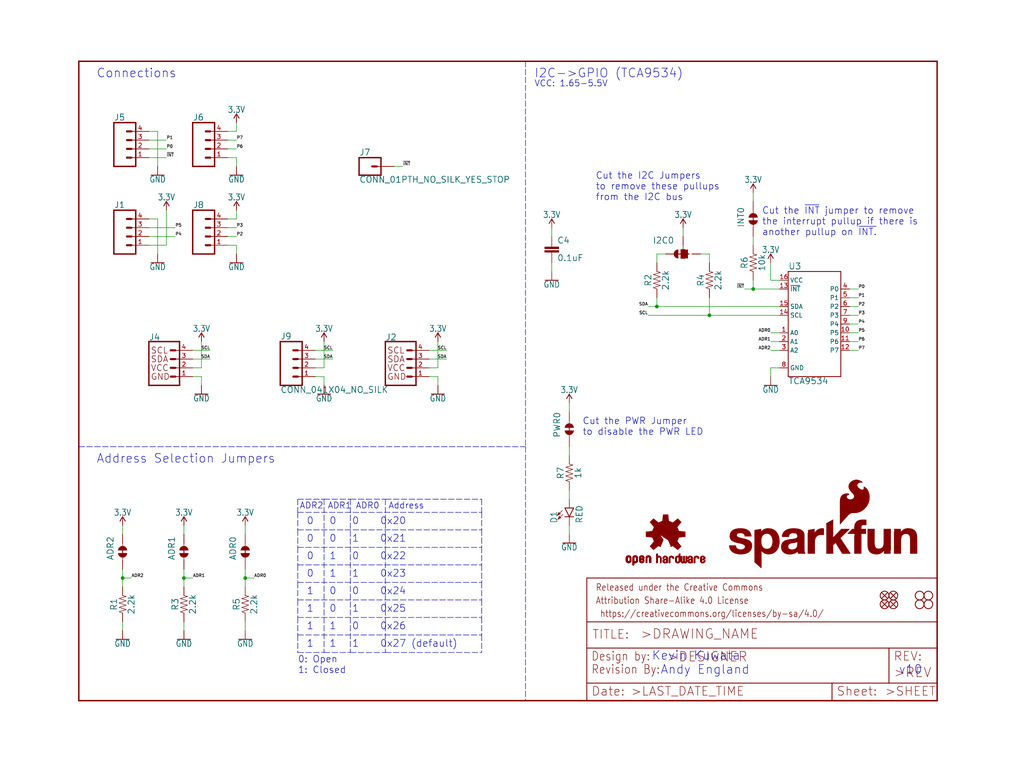
<source format=kicad_sch>
(kicad_sch (version 20211123) (generator eeschema)
  (paper "User" 297.002 223.926)
  (lib_symbols
    (symbol "eagleSchem-eagle-import:0.1UF-0603-25V-(+80{slash}-20%)"
      (property "Reference" "C" (at 1.524 2.921 0))
      (property "Value" "0.1UF-0603-25V-(+80{slash}-20%)" (at 1.524 -2.159 0))
      (symbol "0.1UF-0603-25V-(+80{slash}-20%)_1_0"
        (pin passive line (at 0 5.08 270) (length 2.54) (name "1") (number "1"))
        (pin passive line (at 0 -2.54 90) (length 2.54) (name "2") (number "2"))
      )
    )
    (symbol "eagleSchem-eagle-import:10KOHM-0603-1{slash}10W-1%"
      (property "Reference" "R" (at 0 1.524 0))
      (property "Value" "10KOHM-0603-1{slash}10W-1%" (at 0 -1.524 0))
      (symbol "10KOHM-0603-1{slash}10W-1%_1_0"
        (pin passive line (at -5.08 0 0) (length 2.54) (name "1") (number "1"))
        (pin passive line (at 5.08 0 180) (length 2.54) (name "2") (number "2"))
      )
    )
    (symbol "eagleSchem-eagle-import:1KOHM-0603-1{slash}10W-1%"
      (property "Reference" "R" (at 0 1.524 0))
      (property "Value" "1KOHM-0603-1{slash}10W-1%" (at 0 -1.524 0))
      (symbol "1KOHM-0603-1{slash}10W-1%_1_0"
        (pin passive line (at -5.08 0 0) (length 2.54) (name "1") (number "1"))
        (pin passive line (at 5.08 0 180) (length 2.54) (name "2") (number "2"))
      )
    )
    (symbol "eagleSchem-eagle-import:2.2KOHM-0603-1{slash}10W-1%"
      (property "Reference" "R" (at 0 1.524 0))
      (property "Value" "2.2KOHM-0603-1{slash}10W-1%" (at 0 -1.524 0))
      (symbol "2.2KOHM-0603-1{slash}10W-1%_1_0"
        (pin passive line (at -5.08 0 0) (length 2.54) (name "1") (number "1"))
        (pin passive line (at 5.08 0 180) (length 2.54) (name "2") (number "2"))
      )
    )
    (symbol "eagleSchem-eagle-import:3.3V" (power)
      (property "Value" "3.3V" (at 0 2.794 0))
      (symbol "3.3V_1_0"
        (pin power_in line (at 0 0 90) (length 2.54) (name "3.3V") (number "1"))
      )
    )
    (symbol "eagleSchem-eagle-import:CONN_01PTH_NO_SILK_YES_STOP"
      (property "Reference" "J" (at -2.54 3.048 0))
      (property "Value" "CONN_01PTH_NO_SILK_YES_STOP" (at -2.54 -4.826 0))
      (symbol "CONN_01PTH_NO_SILK_YES_STOP_1_0"
        (pin passive line (at 7.62 0 180) (length 5.08) (name "1") (number "1"))
      )
    )
    (symbol "eagleSchem-eagle-import:CONN_041X04_NO_SILK"
      (property "Reference" "J" (at -5.08 8.128 0))
      (property "Value" "CONN_041X04_NO_SILK" (at -5.08 -7.366 0))
      (symbol "CONN_041X04_NO_SILK_1_0"
        (pin passive line (at 5.08 -2.54 180) (length 5.08) (name "1") (number "1"))
        (pin passive line (at 5.08 0 180) (length 5.08) (name "2") (number "2"))
        (pin passive line (at 5.08 2.54 180) (length 5.08) (name "3") (number "3"))
        (pin passive line (at 5.08 5.08 180) (length 5.08) (name "4") (number "4"))
      )
    )
    (symbol "eagleSchem-eagle-import:CONN_04LATCH"
      (property "Reference" "J" (at -5.08 8.128 0))
      (property "Value" "CONN_04LATCH" (at -5.08 -7.366 0))
      (symbol "CONN_04LATCH_1_0"
        (pin passive line (at 5.08 -2.54 180) (length 5.08) (name "1") (number "1"))
        (pin passive line (at 5.08 0 180) (length 5.08) (name "2") (number "2"))
        (pin passive line (at 5.08 2.54 180) (length 5.08) (name "3") (number "3"))
        (pin passive line (at 5.08 5.08 180) (length 5.08) (name "4") (number "4"))
      )
    )
    (symbol "eagleSchem-eagle-import:FIDUCIAL1X2")
    (symbol "eagleSchem-eagle-import:FRAME-LETTER"
      (symbol "FRAME-LETTER_2_0"
        (text " https://creativecommons.org/licenses/by-sa/4.0/" (at 2.54 24.13 0) (effects (font (size 1.9304 1.6408)) (justify left bottom)))
        (text ">DESIGNER" (at 23.114 11.176 0) (effects (font (size 2.7432 2.7432)) (justify left bottom)))
        (text ">DRAWING_NAME" (at 15.494 17.78 0) (effects (font (size 2.7432 2.7432)) (justify left bottom)))
        (text ">LAST_DATE_TIME" (at 12.7 1.27 0) (effects (font (size 2.54 2.54)) (justify left bottom)))
        (text ">REV" (at 88.9 6.604 0) (effects (font (size 2.7432 2.7432)) (justify left bottom)))
        (text ">SHEET" (at 86.36 1.27 0) (effects (font (size 2.54 2.54)) (justify left bottom)))
        (text "Attribution Share-Alike 4.0 License" (at 2.54 27.94 0) (effects (font (size 1.9304 1.6408)) (justify left bottom)))
        (text "Date:" (at 1.27 1.27 0) (effects (font (size 2.54 2.54)) (justify left bottom)))
        (text "Design by:" (at 1.27 11.43 0) (effects (font (size 2.54 2.159)) (justify left bottom)))
        (text "Released under the Creative Commons" (at 2.54 31.75 0) (effects (font (size 1.9304 1.6408)) (justify left bottom)))
        (text "REV:" (at 88.9 11.43 0) (effects (font (size 2.54 2.54)) (justify left bottom)))
        (text "Sheet:" (at 72.39 1.27 0) (effects (font (size 2.54 2.54)) (justify left bottom)))
        (text "TITLE:" (at 1.524 17.78 0) (effects (font (size 2.54 2.54)) (justify left bottom)))
      )
    )
    (symbol "eagleSchem-eagle-import:GND" (power)
      (property "Value" "GND" (at 0 -0.254 0))
      (symbol "GND_1_0"
        (pin power_in line (at 0 2.54 270) (length 2.54) (name "GND") (number "1"))
      )
    )
    (symbol "eagleSchem-eagle-import:JUMPER-SMT_2_NC_TRACE_SILK"
      (property "Reference" "JP" (at -2.54 2.54 0))
      (property "Value" "JUMPER-SMT_2_NC_TRACE_SILK" (at -2.54 -2.54 0))
      (symbol "JUMPER-SMT_2_NC_TRACE_SILK_1_0"
        (pin passive line (at -5.08 0 0) (length 2.54) (name "1") (number "1"))
        (pin passive line (at 5.08 0 180) (length 2.54) (name "2") (number "2"))
      )
    )
    (symbol "eagleSchem-eagle-import:JUMPER-SMT_3_2-NC_TRACE_SILK"
      (property "Reference" "JP" (at 2.54 0.381 0))
      (property "Value" "JUMPER-SMT_3_2-NC_TRACE_SILK" (at 2.54 -0.381 0))
      (symbol "JUMPER-SMT_3_2-NC_TRACE_SILK_1_0"
        (pin passive line (at 0 5.08 270) (length 2.54) (name "1") (number "1"))
        (pin passive line (at -5.08 0 0) (length 2.54) (name "2") (number "2"))
        (pin passive line (at 0 -5.08 90) (length 2.54) (name "3") (number "3"))
      )
    )
    (symbol "eagleSchem-eagle-import:LED-RED0603"
      (property "Reference" "D" (at -3.429 -4.572 90))
      (property "Value" "LED-RED0603" (at 1.905 -4.572 90))
      (symbol "LED-RED0603_1_0"
        (pin passive line (at 0 2.54 270) (length 2.54) (name "A") (number "A"))
        (pin passive line (at 0 -5.08 90) (length 2.54) (name "C") (number "C"))
      )
    )
    (symbol "eagleSchem-eagle-import:OSHW-LOGOMINI")
    (symbol "eagleSchem-eagle-import:QWIIC_CONNECTORJS-1MM"
      (property "Reference" "J" (at -5.08 7.874 0))
      (property "Value" "QWIIC_CONNECTORJS-1MM" (at -5.08 -5.334 0))
      (symbol "QWIIC_CONNECTORJS-1MM_1_0"
        (text "GND" (at -4.572 -2.54 0) (effects (font (size 1.778 1.778)) (justify left)))
        (text "SCL" (at -4.572 5.08 0) (effects (font (size 1.778 1.778)) (justify left)))
        (text "SDA" (at -4.572 2.54 0) (effects (font (size 1.778 1.778)) (justify left)))
        (text "VCC" (at -4.572 0 0) (effects (font (size 1.778 1.778)) (justify left)))
        (pin power_in line (at 7.62 -2.54 180) (length 5.08) (name "1") (number "1"))
        (pin power_in line (at 7.62 0 180) (length 5.08) (name "2") (number "2"))
        (pin passive line (at 7.62 2.54 180) (length 5.08) (name "3") (number "3"))
        (pin passive line (at 7.62 5.08 180) (length 5.08) (name "4") (number "4"))
      )
    )
    (symbol "eagleSchem-eagle-import:REVISION"
      (symbol "REVISION_1_0"
        (text "Revision By: " (at 0 0 0) (effects (font (size 2.54 2.159)) (justify left bottom)))
      )
    )
    (symbol "eagleSchem-eagle-import:SFE_LOGO_FLAME.2_INCH")
    (symbol "eagleSchem-eagle-import:SFE_LOGO_NAME_FLAME.1_INCH")
    (symbol "eagleSchem-eagle-import:STAND-OFF")
    (symbol "eagleSchem-eagle-import:TCA9534U"
      (property "Reference" "U" (at -7.62 13.208 0))
      (property "Value" "TCA9534U" (at -7.62 -20.066 0))
      (symbol "TCA9534U_1_0"
        (pin bidirectional line (at -10.16 -5.08 0) (length 2.54) (name "A0") (number "1"))
        (pin bidirectional line (at 10.16 -5.08 180) (length 2.54) (name "P5") (number "10"))
        (pin bidirectional line (at 10.16 -7.62 180) (length 2.54) (name "P6") (number "11"))
        (pin bidirectional line (at 10.16 -10.16 180) (length 2.54) (name "P7") (number "12"))
        (pin bidirectional line (at -10.16 7.62 0) (length 2.54) (name "~{INT}") (number "13"))
        (pin bidirectional line (at -10.16 0 0) (length 2.54) (name "SCL") (number "14"))
        (pin bidirectional line (at -10.16 2.54 0) (length 2.54) (name "SDA") (number "15"))
        (pin bidirectional line (at -10.16 10.16 0) (length 2.54) (name "VCC") (number "16"))
        (pin bidirectional line (at -10.16 -7.62 0) (length 2.54) (name "A1") (number "2"))
        (pin bidirectional line (at -10.16 -10.16 0) (length 2.54) (name "A2") (number "3"))
        (pin bidirectional line (at 10.16 7.62 180) (length 2.54) (name "P0") (number "4"))
        (pin bidirectional line (at 10.16 5.08 180) (length 2.54) (name "P1") (number "5"))
        (pin bidirectional line (at 10.16 2.54 180) (length 2.54) (name "P2") (number "6"))
        (pin bidirectional line (at 10.16 0 180) (length 2.54) (name "P3") (number "7"))
        (pin bidirectional line (at -10.16 -15.24 0) (length 2.54) (name "GND") (number "8"))
        (pin bidirectional line (at 10.16 -2.54 180) (length 2.54) (name "P4") (number "9"))
      )
    )
  )
  (junction (at 35.56 167.64))
  (junction (at 218.44 83.82))
  (junction (at 71.12 167.64))
  (junction (at 53.34 167.64))
  (junction (at 205.74 91.44))
  (junction (at 190.5 88.9))
  (polyline (pts (xy 93.98 144.78) (xy 101.6 144.78)))
  (polyline (pts (xy 139.7 148.59) (xy 139.7 153.67)))
  (wire (pts (xy 226.06 88.9) (xy 190.5 88.9)))
  (polyline (pts (xy 93.98 189.23) (xy 101.6 189.23)))
  (wire (pts (xy 246.38 83.82) (xy 248.92 83.82)))
  (polyline (pts (xy 86.36 158.75) (xy 86.36 163.83)))
  (wire (pts (xy 45.72 38.1) (xy 45.72 48.26)))
  (wire (pts (xy 71.12 154.94) (xy 71.12 152.4)))
  (wire (pts (xy 226.06 101.6) (xy 223.52 101.6)))
  (polyline (pts (xy 86.36 184.15) (xy 86.36 189.23)))
  (polyline (pts (xy 86.36 173.99) (xy 86.36 179.07)))
  (wire (pts (xy 160.02 76.2) (xy 160.02 78.74)))
  (wire (pts (xy 71.12 167.64) (xy 71.12 170.18)))
  (polyline (pts (xy 86.36 189.23) (xy 93.98 189.23)))
  (wire (pts (xy 165.1 119.38) (xy 165.1 116.84)))
  (wire (pts (xy 66.04 40.64) (xy 68.58 40.64)))
  (wire (pts (xy 91.44 106.68) (xy 93.98 106.68)))
  (polyline (pts (xy 139.7 168.91) (xy 139.7 173.99)))
  (wire (pts (xy 246.38 86.36) (xy 248.92 86.36)))
  (wire (pts (xy 226.06 91.44) (xy 205.74 91.44)))
  (wire (pts (xy 226.06 83.82) (xy 218.44 83.82)))
  (wire (pts (xy 43.18 43.18) (xy 48.26 43.18)))
  (wire (pts (xy 53.34 165.1) (xy 53.34 167.64)))
  (wire (pts (xy 43.18 40.64) (xy 48.26 40.64)))
  (wire (pts (xy 68.58 71.12) (xy 68.58 73.66)))
  (wire (pts (xy 58.42 106.68) (xy 58.42 99.06)))
  (polyline (pts (xy 86.36 173.99) (xy 139.7 173.99)))
  (polyline (pts (xy 139.7 144.78) (xy 139.7 148.59)))
  (polyline (pts (xy 86.36 163.83) (xy 139.7 163.83)))
  (wire (pts (xy 124.46 109.22) (xy 127 109.22)))
  (polyline (pts (xy 139.7 163.83) (xy 139.7 168.91)))
  (wire (pts (xy 124.46 106.68) (xy 127 106.68)))
  (wire (pts (xy 68.58 63.5) (xy 68.58 60.96)))
  (polyline (pts (xy 86.36 153.67) (xy 139.7 153.67)))
  (wire (pts (xy 48.26 71.12) (xy 48.26 60.96)))
  (wire (pts (xy 43.18 38.1) (xy 45.72 38.1)))
  (polyline (pts (xy 86.36 148.59) (xy 139.7 148.59)))
  (polyline (pts (xy 86.36 179.07) (xy 139.7 179.07)))
  (wire (pts (xy 35.56 167.64) (xy 38.1 167.64)))
  (polyline (pts (xy 86.36 158.75) (xy 139.7 158.75)))
  (wire (pts (xy 205.74 73.66) (xy 205.74 76.2)))
  (wire (pts (xy 68.58 45.72) (xy 68.58 48.26)))
  (polyline (pts (xy 152.4 17.78) (xy 152.4 129.54)))
  (wire (pts (xy 114.3 48.26) (xy 116.84 48.26)))
  (wire (pts (xy 66.04 66.04) (xy 68.58 66.04)))
  (wire (pts (xy 226.06 106.68) (xy 223.52 106.68)))
  (wire (pts (xy 124.46 101.6) (xy 129.54 101.6)))
  (polyline (pts (xy 101.6 144.78) (xy 111.76 144.78)))
  (wire (pts (xy 45.72 63.5) (xy 45.72 73.66)))
  (wire (pts (xy 35.56 154.94) (xy 35.56 152.4)))
  (wire (pts (xy 218.44 83.82) (xy 218.44 81.28)))
  (wire (pts (xy 190.5 73.66) (xy 190.5 76.2)))
  (wire (pts (xy 226.06 96.52) (xy 223.52 96.52)))
  (wire (pts (xy 218.44 83.82) (xy 215.9 83.82)))
  (wire (pts (xy 246.38 96.52) (xy 248.92 96.52)))
  (wire (pts (xy 218.44 71.12) (xy 218.44 68.58)))
  (wire (pts (xy 55.88 106.68) (xy 58.42 106.68)))
  (wire (pts (xy 246.38 91.44) (xy 248.92 91.44)))
  (wire (pts (xy 66.04 68.58) (xy 68.58 68.58)))
  (wire (pts (xy 223.52 106.68) (xy 223.52 109.22)))
  (wire (pts (xy 203.2 73.66) (xy 205.74 73.66)))
  (wire (pts (xy 124.46 104.14) (xy 129.54 104.14)))
  (wire (pts (xy 127 106.68) (xy 127 99.06)))
  (wire (pts (xy 246.38 99.06) (xy 248.92 99.06)))
  (polyline (pts (xy 86.36 168.91) (xy 139.7 168.91)))
  (polyline (pts (xy 86.36 179.07) (xy 86.36 184.15)))
  (wire (pts (xy 66.04 63.5) (xy 68.58 63.5)))
  (wire (pts (xy 218.44 55.88) (xy 218.44 58.42)))
  (polyline (pts (xy 93.98 144.78) (xy 93.98 189.23)))
  (wire (pts (xy 205.74 86.36) (xy 205.74 91.44)))
  (wire (pts (xy 226.06 81.28) (xy 223.52 81.28)))
  (wire (pts (xy 43.18 68.58) (xy 50.8 68.58)))
  (polyline (pts (xy 139.7 184.15) (xy 139.7 189.23)))
  (polyline (pts (xy 86.36 184.15) (xy 139.7 184.15)))
  (polyline (pts (xy 86.36 144.78) (xy 86.36 148.59)))
  (wire (pts (xy 165.1 132.08) (xy 165.1 129.54)))
  (wire (pts (xy 193.04 73.66) (xy 190.5 73.66)))
  (polyline (pts (xy 86.36 163.83) (xy 86.36 168.91)))
  (wire (pts (xy 35.56 167.64) (xy 35.56 165.1)))
  (wire (pts (xy 223.52 81.28) (xy 223.52 76.2)))
  (wire (pts (xy 226.06 99.06) (xy 223.52 99.06)))
  (wire (pts (xy 93.98 109.22) (xy 93.98 111.76)))
  (polyline (pts (xy 101.6 189.23) (xy 111.76 189.23)))
  (wire (pts (xy 35.56 180.34) (xy 35.56 182.88)))
  (wire (pts (xy 43.18 71.12) (xy 48.26 71.12)))
  (wire (pts (xy 160.02 68.58) (xy 160.02 66.04)))
  (wire (pts (xy 55.88 101.6) (xy 60.96 101.6)))
  (polyline (pts (xy 86.36 144.78) (xy 93.98 144.78)))
  (wire (pts (xy 53.34 180.34) (xy 53.34 182.88)))
  (wire (pts (xy 66.04 71.12) (xy 68.58 71.12)))
  (polyline (pts (xy 86.36 153.67) (xy 86.36 158.75)))
  (wire (pts (xy 43.18 45.72) (xy 48.26 45.72)))
  (wire (pts (xy 71.12 165.1) (xy 71.12 167.64)))
  (polyline (pts (xy 152.4 129.54) (xy 152.4 203.2)))
  (wire (pts (xy 55.88 109.22) (xy 58.42 109.22)))
  (polyline (pts (xy 111.76 144.78) (xy 139.7 144.78)))
  (wire (pts (xy 43.18 63.5) (xy 45.72 63.5)))
  (wire (pts (xy 71.12 167.64) (xy 73.66 167.64)))
  (wire (pts (xy 35.56 167.64) (xy 35.56 170.18)))
  (polyline (pts (xy 101.6 144.78) (xy 101.6 189.23)))
  (polyline (pts (xy 139.7 158.75) (xy 139.7 163.83)))
  (wire (pts (xy 55.88 104.14) (xy 60.96 104.14)))
  (wire (pts (xy 53.34 167.64) (xy 55.88 167.64)))
  (wire (pts (xy 246.38 93.98) (xy 248.92 93.98)))
  (wire (pts (xy 205.74 91.44) (xy 187.96 91.44)))
  (wire (pts (xy 91.44 104.14) (xy 96.52 104.14)))
  (wire (pts (xy 66.04 43.18) (xy 68.58 43.18)))
  (wire (pts (xy 93.98 106.68) (xy 93.98 99.06)))
  (wire (pts (xy 58.42 109.22) (xy 58.42 111.76)))
  (polyline (pts (xy 111.76 144.78) (xy 111.76 189.23)))
  (polyline (pts (xy 139.7 173.99) (xy 139.7 179.07)))
  (wire (pts (xy 127 109.22) (xy 127 111.76)))
  (wire (pts (xy 91.44 109.22) (xy 93.98 109.22)))
  (polyline (pts (xy 86.36 168.91) (xy 86.36 173.99)))
  (polyline (pts (xy 139.7 179.07) (xy 139.7 184.15)))
  (wire (pts (xy 246.38 101.6) (xy 248.92 101.6)))
  (wire (pts (xy 71.12 180.34) (xy 71.12 182.88)))
  (wire (pts (xy 66.04 45.72) (xy 68.58 45.72)))
  (wire (pts (xy 165.1 154.94) (xy 165.1 152.4)))
  (wire (pts (xy 66.04 38.1) (xy 68.58 38.1)))
  (polyline (pts (xy 86.36 148.59) (xy 86.36 153.67)))
  (polyline (pts (xy 111.76 189.23) (xy 139.7 189.23)))
  (wire (pts (xy 43.18 66.04) (xy 50.8 66.04)))
  (wire (pts (xy 53.34 154.94) (xy 53.34 152.4)))
  (wire (pts (xy 165.1 144.78) (xy 165.1 142.24)))
  (wire (pts (xy 190.5 86.36) (xy 190.5 88.9)))
  (wire (pts (xy 190.5 88.9) (xy 187.96 88.9)))
  (wire (pts (xy 246.38 88.9) (xy 248.92 88.9)))
  (wire (pts (xy 198.12 68.58) (xy 198.12 66.04)))
  (wire (pts (xy 91.44 101.6) (xy 96.52 101.6)))
  (polyline (pts (xy 22.86 129.54) (xy 152.4 129.54)))
  (wire (pts (xy 68.58 38.1) (xy 68.58 35.56)))
  (wire (pts (xy 53.34 170.18) (xy 53.34 167.64)))
  (polyline (pts (xy 139.7 153.67) (xy 139.7 158.75)))
  (text "1   1   1    0x27 (default)" (at 88.9 187.96 180) (effects (font (size 2.032 2.032)) (justify left bottom)))
  (text "Kevin Kuwata" (at 188.976 191.77 180) (effects (font (size 2.54 2.54)) (justify left bottom)))
  (text "0   0   0    0x20" (at 88.9 152.4 180) (effects (font (size 2.032 2.032)) (justify left bottom)))
  (text "Address Selection Jumpers" (at 27.94 134.62 180) (effects (font (size 2.54 2.54)) (justify left bottom)))
  (text "1   1   0    0x26" (at 88.9 182.88 180) (effects (font (size 2.032 2.032)) (justify left bottom)))
  (text "Cut the PWR Jumper\nto disable the PWR LED" (at 168.91 126.492 180) (effects (font (size 1.9304 1.9304)) (justify left bottom)))
  (text "0   1   0    0x22" (at 88.9 162.56 180) (effects (font (size 2.032 2.032)) (justify left bottom)))
  (text "ADR2 ADR1 ADR0  Address" (at 86.868 147.828 180) (effects (font (size 1.778 1.778)) (justify left bottom)))
  (text "Andy England" (at 191.516 195.834 180) (effects (font (size 2.54 2.54)) (justify left bottom)))
  (text "1   0   0    0x24" (at 88.9 172.72 180) (effects (font (size 2.032 2.032)) (justify left bottom)))
  (text "1   0   1    0x25" (at 88.9 177.8 180) (effects (font (size 2.032 2.032)) (justify left bottom)))
  (text "Connections" (at 27.94 22.86 180) (effects (font (size 2.54 2.54)) (justify left bottom)))
  (text "0: Open\n1: Closed" (at 86.36 195.58 180) (effects (font (size 1.9304 1.9304)) (justify left bottom)))
  (text "v10" (at 260.604 195.834 180) (effects (font (size 2.54 2.54)) (justify left bottom)))
  (text "0   1   1    0x23" (at 88.9 167.64 180) (effects (font (size 2.032 2.032)) (justify left bottom)))
  (text "0   0   1    0x21" (at 88.9 157.48 180) (effects (font (size 2.032 2.032)) (justify left bottom)))
  (text "Cut the I2C Jumpers\nto remove these pullups\nfrom the I2C bus" (at 172.72 58.42 0) (effects (font (size 1.9304 1.9304)) (justify left bottom)))
  (text "Cut the ~{INT} jumper to remove\nthe interrupt pullup if there is\nanother pullup on ~{INT.}" (at 220.98 68.58 0) (effects (font (size 1.9304 1.9304)) (justify left bottom)))
  (text "VCC: 1.65-5.5V" (at 154.94 25.4 180) (effects (font (size 1.778 1.778)) (justify left bottom)))
  (text "I2C->GPIO (TCA9534)" (at 154.94 22.86 180) (effects (font (size 2.54 2.54)) (justify left bottom)))
  (label "SCL" (at 129.54 101.6 180) (effects (font (size 0.889 0.889))))
  (label "SCL" (at 96.52 101.6 180) (effects (font (size 0.889 0.889))))
  (label "SDA" (at 96.52 104.14 180) (effects (font (size 0.889 0.889))))
  (label "SDA" (at 129.54 104.14 180) (effects (font (size 0.889 0.889))))
  (label "P3" (at 68.58 66.04 0) (effects (font (size 0.889 0.889))))
  (label "P5" (at 248.92 96.52 0) (effects (font (size 0.889 0.889))))
  (label "SCL" (at 187.96 91.44 180) (effects (font (size 0.889 0.889))))
  (label "P4" (at 248.92 93.98 0) (effects (font (size 0.889 0.889))))
  (label "ADR2" (at 223.52 101.6 180) (effects (font (size 0.889 0.889))))
  (label "P4" (at 50.8 68.58 0) (effects (font (size 0.889 0.889))))
  (label "P1" (at 48.26 40.64 0) (effects (font (size 0.889 0.889))))
  (label "ADR1" (at 55.88 167.64 0) (effects (font (size 0.889 0.889))))
  (label "P7" (at 248.92 101.6 0) (effects (font (size 0.889 0.889))))
  (label "P2" (at 68.58 68.58 0) (effects (font (size 0.889 0.889))))
  (label "ADR0" (at 223.52 96.52 180) (effects (font (size 0.889 0.889))))
  (label "P3" (at 248.92 91.44 0) (effects (font (size 0.889 0.889))))
  (label "P7" (at 68.58 40.64 0) (effects (font (size 0.889 0.889))))
  (label "~{INT}" (at 48.26 45.72 0) (effects (font (size 0.889 0.889))))
  (label "P0" (at 48.26 43.18 0) (effects (font (size 0.889 0.889))))
  (label "P2" (at 248.92 88.9 0) (effects (font (size 0.889 0.889))))
  (label "SDA" (at 187.96 88.9 180) (effects (font (size 0.889 0.889))))
  (label "P6" (at 68.58 43.18 0) (effects (font (size 0.889 0.889))))
  (label "SCL" (at 60.96 101.6 180) (effects (font (size 0.889 0.889))))
  (label "P1" (at 248.92 86.36 0) (effects (font (size 0.889 0.889))))
  (label "~{INT}" (at 116.84 48.26 0) (effects (font (size 0.889 0.889))))
  (label "P6" (at 248.92 99.06 0) (effects (font (size 0.889 0.889))))
  (label "ADR0" (at 73.66 167.64 0) (effects (font (size 0.889 0.889))))
  (label "ADR1" (at 223.52 99.06 180) (effects (font (size 0.889 0.889))))
  (label "~{INT}" (at 215.9 83.82 180) (effects (font (size 0.889 0.889))))
  (label "SDA" (at 60.96 104.14 180) (effects (font (size 0.889 0.889))))
  (label "ADR2" (at 38.1 167.64 0) (effects (font (size 0.889 0.889))))
  (label "P5" (at 50.8 66.04 0) (effects (font (size 0.889 0.889))))
  (label "P0" (at 248.92 83.82 0) (effects (font (size 0.889 0.889))))
  (symbol (lib_id "eagleSchem-eagle-import:SFE_LOGO_NAME_FLAME.1_INCH") (at 210.82 165.1 0) (unit 1)
    (property "Reference" "LOGO3" (effects hide))
    (property "Value" "SFE_LOGO_NAME_FLAME.1_INCH" (effects hide))
    (property "Footprint" "eagleSchem:SFE_LOGO_NAME_FLAME_.1" (effects hide))
  )
  (symbol (lib_id "eagleSchem-eagle-import:2.2KOHM-0603-1{slash}10W-1%") (at 35.56 175.26 90) (unit 1)
    (property "Reference" "R1" (at 34.036 175.26 0) (effects (font (size 1.778 1.778)) (justify bottom)))
    (property "Value" "2.2k" (at 37.084 175.26 0) (effects (font (size 1.778 1.778)) (justify top)))
    (property "Footprint" "eagleSchem:0603" (effects hide))
  )
  (symbol (lib_id "eagleSchem-eagle-import:FRAME-LETTER") (at 170.18 203.2 0) (unit 2)
    (property "Reference" "FRAME1" (effects hide))
    (property "Value" "FRAME-LETTER" (effects hide))
    (property "Footprint" "eagleSchem:CREATIVE_COMMONS" (effects hide))
  )
  (symbol (lib_id "eagleSchem-eagle-import:3.3V") (at 68.58 35.56 0) (unit 1)
    (property "Reference" "#SUPPLY11" (effects hide))
    (property "Value" "3.3V" (at 68.58 32.766 0) (effects (font (size 1.778 1.5113)) (justify bottom)))
    (property "Footprint" "eagleSchem:" (effects hide))
  )
  (symbol (lib_id "eagleSchem-eagle-import:GND") (at 93.98 114.3 0) (unit 1)
    (property "Reference" "#GND5" (effects hide))
    (property "Value" "GND" (at 93.98 114.554 0) (effects (font (size 1.778 1.5113)) (justify top)))
    (property "Footprint" "eagleSchem:" (effects hide))
  )
  (symbol (lib_id "eagleSchem-eagle-import:3.3V") (at 223.52 76.2 0) (unit 1)
    (property "Reference" "#SUPPLY9" (effects hide))
    (property "Value" "3.3V" (at 223.52 73.406 0) (effects (font (size 1.778 1.5113)) (justify bottom)))
    (property "Footprint" "eagleSchem:" (effects hide))
  )
  (symbol (lib_id "eagleSchem-eagle-import:CONN_04LATCH") (at 60.96 68.58 0) (unit 1)
    (property "Reference" "J8" (at 55.88 60.452 0) (effects (font (size 1.778 1.778)) (justify left bottom)))
    (property "Value" "CONN_04LATCH" (at 55.88 75.946 0) (effects (font (size 1.778 1.778)) (justify left bottom)))
    (property "Footprint" "eagleSchem:LATCHTERMINAL-5MM-4" (effects hide))
    (property "Value" "CONN_04LATCH" (effects hide))
  )
  (symbol (lib_id "eagleSchem-eagle-import:0.1UF-0603-25V-(+80{slash}-20%)") (at 160.02 73.66 0) (unit 1)
    (property "Reference" "C4" (at 161.544 70.739 0) (effects (font (size 1.778 1.778)) (justify left bottom)))
    (property "Value" "0.1uF" (at 161.544 75.819 0) (effects (font (size 1.778 1.778)) (justify left bottom)))
    (property "Footprint" "eagleSchem:0603" (effects hide))
  )
  (symbol (lib_id "eagleSchem-eagle-import:3.3V") (at 53.34 152.4 0) (mirror y) (unit 1)
    (property "Reference" "#SUPPLY3" (effects hide))
    (property "Value" "3.3V" (at 53.34 149.606 0) (effects (font (size 1.778 1.5113)) (justify bottom)))
    (property "Footprint" "eagleSchem:" (effects hide))
  )
  (symbol (lib_id "eagleSchem-eagle-import:3.3V") (at 127 99.06 0) (mirror y) (unit 1)
    (property "Reference" "#SUPPLY4" (effects hide))
    (property "Value" "3.3V" (at 127 96.266 0) (effects (font (size 1.778 1.5113)) (justify bottom)))
    (property "Footprint" "eagleSchem:" (effects hide))
  )
  (symbol (lib_id "eagleSchem-eagle-import:1KOHM-0603-1{slash}10W-1%") (at 165.1 137.16 90) (unit 1)
    (property "Reference" "R7" (at 163.576 137.16 0) (effects (font (size 1.778 1.778)) (justify bottom)))
    (property "Value" "1k" (at 166.624 137.16 0) (effects (font (size 1.778 1.778)) (justify top)))
    (property "Footprint" "eagleSchem:0603" (effects hide))
  )
  (symbol (lib_id "eagleSchem-eagle-import:SFE_LOGO_FLAME.2_INCH") (at 243.332 152.4 0) (unit 1)
    (property "Reference" "LOGO4" (effects hide))
    (property "Value" "SFE_LOGO_FLAME.2_INCH" (effects hide))
    (property "Footprint" "eagleSchem:SFE_LOGO_FLAME_.2" (effects hide))
  )
  (symbol (lib_id "eagleSchem-eagle-import:FIDUCIAL1X2") (at 259.08 172.72 0) (unit 1)
    (property "Reference" "JP6" (effects hide))
    (property "Value" "FIDUCIAL1X2" (effects hide))
    (property "Footprint" "eagleSchem:FIDUCIAL-1X2" (effects hide))
  )
  (symbol (lib_id "eagleSchem-eagle-import:FIDUCIAL1X2") (at 259.08 175.26 0) (unit 1)
    (property "Reference" "FD1" (effects hide))
    (property "Value" "FIDUCIAL1X2" (effects hide))
    (property "Footprint" "eagleSchem:FIDUCIAL-1X2" (effects hide))
  )
  (symbol (lib_id "eagleSchem-eagle-import:STAND-OFF") (at 269.24 175.26 0) (unit 1)
    (property "Reference" "JP4" (effects hide))
    (property "Value" "STAND-OFF" (effects hide))
    (property "Footprint" "eagleSchem:STAND-OFF" (effects hide))
  )
  (symbol (lib_id "eagleSchem-eagle-import:3.3V") (at 48.26 60.96 0) (unit 1)
    (property "Reference" "#SUPPLY14" (effects hide))
    (property "Value" "3.3V" (at 48.26 58.166 0) (effects (font (size 1.778 1.5113)) (justify bottom)))
    (property "Footprint" "eagleSchem:" (effects hide))
  )
  (symbol (lib_id "eagleSchem-eagle-import:FIDUCIAL1X2") (at 256.54 172.72 0) (unit 1)
    (property "Reference" "JP2" (effects hide))
    (property "Value" "FIDUCIAL1X2" (effects hide))
    (property "Footprint" "eagleSchem:FIDUCIAL-1X2" (effects hide))
  )
  (symbol (lib_id "eagleSchem-eagle-import:CONN_04LATCH") (at 60.96 43.18 0) (unit 1)
    (property "Reference" "J6" (at 55.88 35.052 0) (effects (font (size 1.778 1.778)) (justify left bottom)))
    (property "Value" "CONN_04LATCH" (at 55.88 50.546 0) (effects (font (size 1.778 1.778)) (justify left bottom)))
    (property "Footprint" "eagleSchem:LATCHTERMINAL-5MM-4" (effects hide))
    (property "Value" "CONN_04LATCH" (effects hide))
  )
  (symbol (lib_id "eagleSchem-eagle-import:GND") (at 165.1 157.48 0) (unit 1)
    (property "Reference" "#GND8" (effects hide))
    (property "Value" "GND" (at 165.1 157.734 0) (effects (font (size 1.778 1.5113)) (justify top)))
    (property "Footprint" "eagleSchem:" (effects hide))
  )
  (symbol (lib_id "eagleSchem-eagle-import:GND") (at 45.72 50.8 0) (unit 1)
    (property "Reference" "#GND9" (effects hide))
    (property "Value" "GND" (at 45.72 51.054 0) (effects (font (size 1.778 1.5113)) (justify top)))
    (property "Footprint" "eagleSchem:" (effects hide))
  )
  (symbol (lib_id "eagleSchem-eagle-import:GND") (at 45.72 76.2 0) (unit 1)
    (property "Reference" "#GND13" (effects hide))
    (property "Value" "GND" (at 45.72 76.454 0) (effects (font (size 1.778 1.5113)) (justify top)))
    (property "Footprint" "eagleSchem:" (effects hide))
  )
  (symbol (lib_id "eagleSchem-eagle-import:2.2KOHM-0603-1{slash}10W-1%") (at 71.12 175.26 90) (unit 1)
    (property "Reference" "R5" (at 69.596 175.26 0) (effects (font (size 1.778 1.778)) (justify bottom)))
    (property "Value" "2.2k" (at 72.644 175.26 0) (effects (font (size 1.778 1.778)) (justify top)))
    (property "Footprint" "eagleSchem:0603" (effects hide))
  )
  (symbol (lib_id "eagleSchem-eagle-import:2.2KOHM-0603-1{slash}10W-1%") (at 205.74 81.28 90) (unit 1)
    (property "Reference" "R4" (at 204.216 81.28 0) (effects (font (size 1.778 1.778)) (justify bottom)))
    (property "Value" "2.2k" (at 207.264 81.28 0) (effects (font (size 1.778 1.778)) (justify top)))
    (property "Footprint" "eagleSchem:0603" (effects hide))
  )
  (symbol (lib_id "eagleSchem-eagle-import:LED-RED0603") (at 165.1 147.32 0) (unit 1)
    (property "Reference" "D1" (at 161.671 151.892 90) (effects (font (size 1.778 1.778)) (justify left bottom)))
    (property "Value" "RED" (at 167.005 151.892 90) (effects (font (size 1.778 1.778)) (justify left top)))
    (property "Footprint" "eagleSchem:LED-0603" (effects hide))
  )
  (symbol (lib_id "eagleSchem-eagle-import:JUMPER-SMT_2_NC_TRACE_SILK") (at 71.12 160.02 90) (unit 1)
    (property "Reference" "ADR0" (at 68.58 162.56 0) (effects (font (size 1.778 1.778)) (justify left bottom)))
    (property "Value" "JUMPER-SMT_2_NC_TRACE_SILK" (effects hide))
    (property "Footprint" "eagleSchem:SMT-JUMPER_2_NC_TRACE_SILK" (effects hide))
  )
  (symbol (lib_id "eagleSchem-eagle-import:3.3V") (at 218.44 55.88 0) (unit 1)
    (property "Reference" "#SUPPLY12" (effects hide))
    (property "Value" "3.3V" (at 218.44 53.086 0) (effects (font (size 1.778 1.5113)) (justify bottom)))
    (property "Footprint" "eagleSchem:" (effects hide))
  )
  (symbol (lib_id "eagleSchem-eagle-import:10KOHM-0603-1{slash}10W-1%") (at 218.44 76.2 90) (unit 1)
    (property "Reference" "R6" (at 216.916 76.2 0) (effects (font (size 1.778 1.778)) (justify bottom)))
    (property "Value" "10k" (at 219.964 76.2 0) (effects (font (size 1.778 1.778)) (justify top)))
    (property "Footprint" "eagleSchem:0603" (effects hide))
  )
  (symbol (lib_id "eagleSchem-eagle-import:JUMPER-SMT_3_2-NC_TRACE_SILK") (at 198.12 73.66 90) (mirror x) (unit 1)
    (property "Reference" "I2C0" (at 195.58 70.739 90) (effects (font (size 1.778 1.778)) (justify left bottom)))
    (property "Value" "JUMPER-SMT_3_2-NC_TRACE_SILK" (effects hide))
    (property "Footprint" "eagleSchem:SMT-JUMPER_3_2-NC_TRACE_SILK" (effects hide))
  )
  (symbol (lib_id "eagleSchem-eagle-import:JUMPER-SMT_2_NC_TRACE_SILK") (at 165.1 124.46 90) (unit 1)
    (property "Reference" "PWR0" (at 162.56 127 0) (effects (font (size 1.778 1.778)) (justify left bottom)))
    (property "Value" "JUMPER-SMT_2_NC_TRACE_SILK" (effects hide))
    (property "Footprint" "eagleSchem:SMT-JUMPER_2_NC_TRACE_SILK" (effects hide))
  )
  (symbol (lib_id "eagleSchem-eagle-import:GND") (at 71.12 185.42 0) (unit 1)
    (property "Reference" "#GND3" (effects hide))
    (property "Value" "GND" (at 71.12 185.674 0) (effects (font (size 1.778 1.5113)) (justify top)))
    (property "Footprint" "eagleSchem:" (effects hide))
  )
  (symbol (lib_id "eagleSchem-eagle-import:GND") (at 35.56 185.42 0) (unit 1)
    (property "Reference" "#GND1" (effects hide))
    (property "Value" "GND" (at 35.56 185.674 0) (effects (font (size 1.778 1.5113)) (justify top)))
    (property "Footprint" "eagleSchem:" (effects hide))
  )
  (symbol (lib_id "eagleSchem-eagle-import:3.3V") (at 93.98 99.06 0) (mirror y) (unit 1)
    (property "Reference" "#SUPPLY7" (effects hide))
    (property "Value" "3.3V" (at 93.98 96.266 0) (effects (font (size 1.778 1.5113)) (justify bottom)))
    (property "Footprint" "eagleSchem:" (effects hide))
  )
  (symbol (lib_id "eagleSchem-eagle-import:JUMPER-SMT_2_NC_TRACE_SILK") (at 218.44 63.5 90) (unit 1)
    (property "Reference" "INT0" (at 215.9 66.04 0) (effects (font (size 1.778 1.778)) (justify left bottom)))
    (property "Value" "JUMPER-SMT_2_NC_TRACE_SILK" (effects hide))
    (property "Footprint" "eagleSchem:SMT-JUMPER_2_NC_TRACE_SILK" (effects hide))
  )
  (symbol (lib_id "eagleSchem-eagle-import:FIDUCIAL1X2") (at 256.54 175.26 0) (unit 1)
    (property "Reference" "FD2" (effects hide))
    (property "Value" "FIDUCIAL1X2" (effects hide))
    (property "Footprint" "eagleSchem:FIDUCIAL-1X2" (effects hide))
  )
  (symbol (lib_id "eagleSchem-eagle-import:GND") (at 127 114.3 0) (unit 1)
    (property "Reference" "#GND6" (effects hide))
    (property "Value" "GND" (at 127 114.554 0) (effects (font (size 1.778 1.5113)) (justify top)))
    (property "Footprint" "eagleSchem:" (effects hide))
  )
  (symbol (lib_id "eagleSchem-eagle-import:3.3V") (at 198.12 66.04 0) (unit 1)
    (property "Reference" "#SUPPLY1" (effects hide))
    (property "Value" "3.3V" (at 198.12 63.246 0) (effects (font (size 1.778 1.5113)) (justify bottom)))
    (property "Footprint" "eagleSchem:" (effects hide))
  )
  (symbol (lib_id "eagleSchem-eagle-import:QWIIC_CONNECTORJS-1MM") (at 48.26 106.68 0) (unit 1)
    (property "Reference" "J4" (at 43.18 98.806 0) (effects (font (size 1.778 1.778)) (justify left bottom)))
    (property "Value" "QWIIC" (at 43.18 112.014 0) (effects (font (size 1.778 1.778)) (justify left top)))
    (property "Footprint" "eagleSchem:JST04_1MM_RA" (effects hide))
    (property "Value" "QWIIC" (effects hide))
  )
  (symbol (lib_id "eagleSchem-eagle-import:STAND-OFF") (at 269.24 172.72 0) (unit 1)
    (property "Reference" "JP3" (effects hide))
    (property "Value" "STAND-OFF" (effects hide))
    (property "Footprint" "eagleSchem:STAND-OFF" (effects hide))
  )
  (symbol (lib_id "eagleSchem-eagle-import:GND") (at 223.52 111.76 0) (unit 1)
    (property "Reference" "#GND11" (effects hide))
    (property "Value" "GND" (at 223.52 112.014 0) (effects (font (size 1.778 1.5113)) (justify top)))
    (property "Footprint" "eagleSchem:" (effects hide))
  )
  (symbol (lib_id "eagleSchem-eagle-import:3.3V") (at 165.1 116.84 0) (unit 1)
    (property "Reference" "#SUPPLY13" (effects hide))
    (property "Value" "3.3V" (at 165.1 114.046 0) (effects (font (size 1.778 1.5113)) (justify bottom)))
    (property "Footprint" "eagleSchem:" (effects hide))
  )
  (symbol (lib_id "eagleSchem-eagle-import:STAND-OFF") (at 266.7 175.26 0) (unit 1)
    (property "Reference" "H2" (effects hide))
    (property "Value" "STAND-OFF" (effects hide))
    (property "Footprint" "eagleSchem:STAND-OFF" (effects hide))
  )
  (symbol (lib_id "eagleSchem-eagle-import:QWIIC_CONNECTORJS-1MM") (at 116.84 106.68 0) (unit 1)
    (property "Reference" "J2" (at 111.76 98.806 0) (effects (font (size 1.778 1.778)) (justify left bottom)))
    (property "Value" "QWIIC" (at 111.76 112.014 0) (effects (font (size 1.778 1.778)) (justify left top)))
    (property "Footprint" "eagleSchem:JST04_1MM_RA" (effects hide))
    (property "Value" "QWIIC" (effects hide))
  )
  (symbol (lib_id "eagleSchem-eagle-import:CONN_04LATCH") (at 38.1 43.18 0) (unit 1)
    (property "Reference" "J5" (at 33.02 35.052 0) (effects (font (size 1.778 1.778)) (justify left bottom)))
    (property "Value" "CONN_04LATCH" (at 33.02 50.546 0) (effects (font (size 1.778 1.778)) (justify left bottom)))
    (property "Footprint" "eagleSchem:LATCHTERMINAL-5MM-4" (effects hide))
    (property "Value" "CONN_04LATCH" (effects hide))
  )
  (symbol (lib_id "eagleSchem-eagle-import:OSHW-LOGOMINI") (at 193.04 154.94 0) (unit 1)
    (property "Reference" "LOGO1" (effects hide))
    (property "Value" "OSHW-LOGOMINI" (effects hide))
    (property "Footprint" "eagleSchem:OSHW-LOGO-MINI" (effects hide))
  )
  (symbol (lib_id "eagleSchem-eagle-import:JUMPER-SMT_2_NC_TRACE_SILK") (at 53.34 160.02 90) (unit 1)
    (property "Reference" "ADR1" (at 50.8 162.56 0) (effects (font (size 1.778 1.778)) (justify left bottom)))
    (property "Value" "JUMPER-SMT_2_NC_TRACE_SILK" (effects hide))
    (property "Footprint" "eagleSchem:SMT-JUMPER_2_NC_TRACE_SILK" (effects hide))
  )
  (symbol (lib_id "eagleSchem-eagle-import:2.2KOHM-0603-1{slash}10W-1%") (at 190.5 81.28 90) (unit 1)
    (property "Reference" "R2" (at 188.976 81.28 0) (effects (font (size 1.778 1.778)) (justify bottom)))
    (property "Value" "2.2k" (at 192.024 81.28 0) (effects (font (size 1.778 1.778)) (justify top)))
    (property "Footprint" "eagleSchem:0603" (effects hide))
  )
  (symbol (lib_id "eagleSchem-eagle-import:GND") (at 58.42 114.3 0) (unit 1)
    (property "Reference" "#GND4" (effects hide))
    (property "Value" "GND" (at 58.42 114.554 0) (effects (font (size 1.778 1.5113)) (justify top)))
    (property "Footprint" "eagleSchem:" (effects hide))
  )
  (symbol (lib_id "eagleSchem-eagle-import:3.3V") (at 35.56 152.4 0) (mirror y) (unit 1)
    (property "Reference" "#SUPPLY2" (effects hide))
    (property "Value" "3.3V" (at 35.56 149.606 0) (effects (font (size 1.778 1.5113)) (justify bottom)))
    (property "Footprint" "eagleSchem:" (effects hide))
  )
  (symbol (lib_id "eagleSchem-eagle-import:GND") (at 160.02 81.28 0) (unit 1)
    (property "Reference" "#GND7" (effects hide))
    (property "Value" "GND" (at 160.02 81.534 0) (effects (font (size 1.778 1.5113)) (justify top)))
    (property "Footprint" "eagleSchem:" (effects hide))
  )
  (symbol (lib_id "eagleSchem-eagle-import:3.3V") (at 68.58 60.96 0) (unit 1)
    (property "Reference" "#SUPPLY10" (effects hide))
    (property "Value" "3.3V" (at 68.58 58.166 0) (effects (font (size 1.778 1.5113)) (justify bottom)))
    (property "Footprint" "eagleSchem:" (effects hide))
  )
  (symbol (lib_id "eagleSchem-eagle-import:GND") (at 68.58 50.8 0) (unit 1)
    (property "Reference" "#GND12" (effects hide))
    (property "Value" "GND" (at 68.58 51.054 0) (effects (font (size 1.778 1.5113)) (justify top)))
    (property "Footprint" "eagleSchem:" (effects hide))
  )
  (symbol (lib_id "eagleSchem-eagle-import:3.3V") (at 160.02 66.04 0) (unit 1)
    (property "Reference" "#SUPPLY5" (effects hide))
    (property "Value" "3.3V" (at 160.02 63.246 0) (effects (font (size 1.778 1.5113)) (justify bottom)))
    (property "Footprint" "eagleSchem:" (effects hide))
  )
  (symbol (lib_id "eagleSchem-eagle-import:STAND-OFF") (at 266.7 172.72 0) (unit 1)
    (property "Reference" "H1" (effects hide))
    (property "Value" "STAND-OFF" (effects hide))
    (property "Footprint" "eagleSchem:STAND-OFF" (effects hide))
  )
  (symbol (lib_id "eagleSchem-eagle-import:GND") (at 53.34 185.42 0) (unit 1)
    (property "Reference" "#GND2" (effects hide))
    (property "Value" "GND" (at 53.34 185.674 0) (effects (font (size 1.778 1.5113)) (justify top)))
    (property "Footprint" "eagleSchem:" (effects hide))
  )
  (symbol (lib_id "eagleSchem-eagle-import:3.3V") (at 71.12 152.4 0) (mirror y) (unit 1)
    (property "Reference" "#SUPPLY6" (effects hide))
    (property "Value" "3.3V" (at 71.12 149.606 0) (effects (font (size 1.778 1.5113)) (justify bottom)))
    (property "Footprint" "eagleSchem:" (effects hide))
  )
  (symbol (lib_id "eagleSchem-eagle-import:REVISION") (at 171.45 195.58 0) (unit 1)
    (property "Reference" "LOGO2" (effects hide))
    (property "Value" "REVISION" (effects hide))
    (property "Footprint" "eagleSchem:REVISION" (effects hide))
  )
  (symbol (lib_id "eagleSchem-eagle-import:FRAME-LETTER") (at 22.86 203.2 0) (unit 1)
    (property "Reference" "FRAME1" (effects hide))
    (property "Value" "FRAME-LETTER" (effects hide))
    (property "Footprint" "eagleSchem:CREATIVE_COMMONS" (effects hide))
  )
  (symbol (lib_id "eagleSchem-eagle-import:CONN_041X04_NO_SILK") (at 86.36 106.68 0) (unit 1)
    (property "Reference" "J9" (at 81.28 98.552 0) (effects (font (size 1.778 1.778)) (justify left bottom)))
    (property "Value" "CONN_041X04_NO_SILK" (at 81.28 114.046 0) (effects (font (size 1.778 1.778)) (justify left bottom)))
    (property "Footprint" "eagleSchem:1X04_NO_SILK" (effects hide))
  )
  (symbol (lib_id "eagleSchem-eagle-import:JUMPER-SMT_2_NC_TRACE_SILK") (at 35.56 160.02 90) (unit 1)
    (property "Reference" "ADR2" (at 33.02 162.56 0) (effects (font (size 1.778 1.778)) (justify left bottom)))
    (property "Value" "JUMPER-SMT_2_NC_TRACE_SILK" (effects hide))
    (property "Footprint" "eagleSchem:SMT-JUMPER_2_NC_TRACE_SILK" (effects hide))
  )
  (symbol (lib_id "eagleSchem-eagle-import:CONN_04LATCH") (at 38.1 68.58 0) (unit 1)
    (property "Reference" "J1" (at 33.02 60.452 0) (effects (font (size 1.778 1.778)) (justify left bottom)))
    (property "Value" "CONN_04LATCH" (at 33.02 75.946 0) (effects (font (size 1.778 1.778)) (justify left bottom)))
    (property "Footprint" "eagleSchem:LATCHTERMINAL-5MM-4" (effects hide))
    (property "Value" "CONN_04LATCH" (effects hide))
  )
  (symbol (lib_id "eagleSchem-eagle-import:TCA9534U") (at 236.22 91.44 0) (unit 1)
    (property "Reference" "U3" (at 228.6 78.232 0) (effects (font (size 1.778 1.778)) (justify left bottom)))
    (property "Value" "TCA9534" (at 228.6 111.506 0) (effects (font (size 1.778 1.778)) (justify left bottom)))
    (property "Footprint" "eagleSchem:16SOIC" (effects hide))
  )
  (symbol (lib_id "eagleSchem-eagle-import:2.2KOHM-0603-1{slash}10W-1%") (at 53.34 175.26 90) (unit 1)
    (property "Reference" "R3" (at 51.816 175.26 0) (effects (font (size 1.778 1.778)) (justify bottom)))
    (property "Value" "2.2k" (at 54.864 175.26 0) (effects (font (size 1.778 1.778)) (justify top)))
    (property "Footprint" "eagleSchem:0603" (effects hide))
  )
  (symbol (lib_id "eagleSchem-eagle-import:GND") (at 68.58 76.2 0) (unit 1)
    (property "Reference" "#GND10" (effects hide))
    (property "Value" "GND" (at 68.58 76.454 0) (effects (font (size 1.778 1.5113)) (justify top)))
    (property "Footprint" "eagleSchem:" (effects hide))
  )
  (symbol (lib_id "eagleSchem-eagle-import:CONN_01PTH_NO_SILK_YES_STOP") (at 106.68 48.26 0) (unit 1)
    (property "Reference" "J7" (at 104.14 45.212 0) (effects (font (size 1.778 1.778)) (justify left bottom)))
    (property "Value" "CONN_01PTH_NO_SILK_YES_STOP" (at 104.14 53.086 0) (effects (font (size 1.778 1.778)) (justify left bottom)))
    (property "Footprint" "eagleSchem:1X01_NO_SILK" (effects hide))
  )
  (symbol (lib_id "eagleSchem-eagle-import:3.3V") (at 58.42 99.06 0) (mirror y) (unit 1)
    (property "Reference" "#SUPPLY8" (effects hide))
    (property "Value" "3.3V" (at 58.42 96.266 0) (effects (font (size 1.778 1.5113)) (justify bottom)))
    (property "Footprint" "eagleSchem:" (effects hide))
  )
)
</source>
